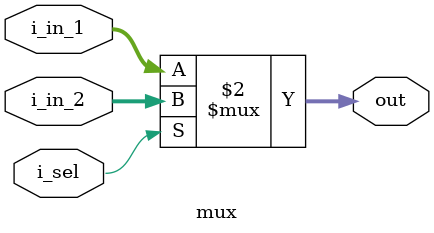
<source format=v>
module mux(input[31:0] i_in_1,
	       input[31:0] i_in_2,
	       input i_sel,
	       output[31:0] out);

	assign out = (i_sel == 0 ? i_in_1 : i_in_2);
	
	always @(*) begin
		$display("i_in_1 = %0h", i_in_1);
		$display("i_in_2 = %0h", i_in_2);
		$display("i_sel = %0h", i_sel);
		$display("out = %0h", out);
   end 
endmodule



</source>
